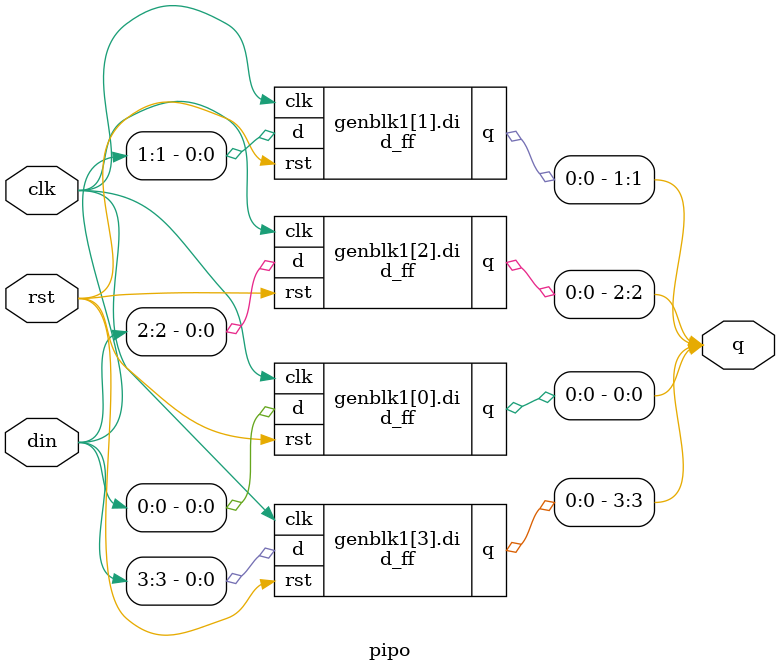
<source format=v>
module d_ff(input clk,rst,d,output reg q);

always@(negedge clk or posedge rst)
begin
if(rst)
q<=0;
else
q<=d;
end
endmodule

module pipo(input clk,rst,input [3:0]din,output [3:0]q);

genvar i;
generate
for(i=0;i<4;i=i+1)
begin
d_ff di(clk,rst,din[i],q[i]);
end
endgenerate
endmodule

</source>
